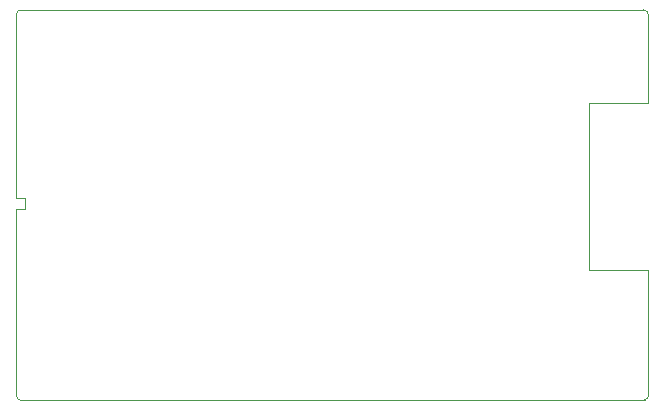
<source format=gbr>
%TF.GenerationSoftware,KiCad,Pcbnew,7.0.11-7.0.11~ubuntu22.04.1*%
%TF.CreationDate,2024-11-26T11:44:11+01:00*%
%TF.ProjectId,H-C6-ulp,482d4336-2d75-46c7-902e-6b696361645f,rev?*%
%TF.SameCoordinates,Original*%
%TF.FileFunction,Profile,NP*%
%FSLAX46Y46*%
G04 Gerber Fmt 4.6, Leading zero omitted, Abs format (unit mm)*
G04 Created by KiCad (PCBNEW 7.0.11-7.0.11~ubuntu22.04.1) date 2024-11-26 11:44:11*
%MOMM*%
%LPD*%
G01*
G04 APERTURE LIST*
%TA.AperFunction,Profile*%
%ADD10C,0.100000*%
%TD*%
G04 APERTURE END LIST*
D10*
X115000000Y-64500000D02*
X115000000Y-80300000D01*
X115760000Y-63550000D02*
X115760000Y-64500000D01*
X115000000Y-63550000D02*
X115760000Y-63550000D01*
X115399999Y-47600901D02*
G75*
G03*
X115000001Y-48007303I3201J-403199D01*
G01*
X115000000Y-64500000D02*
X115760000Y-64500000D01*
X168500000Y-48000000D02*
X168500000Y-55500000D01*
X168197868Y-80597868D02*
G75*
G03*
X168497868Y-80297868I32J299968D01*
G01*
X163500000Y-69600000D02*
X168500000Y-69600000D01*
X168500000Y-69600000D02*
X168500000Y-80300000D01*
X168499999Y-48000001D02*
G75*
G03*
X168099999Y-47600001I-399999J1D01*
G01*
X163500000Y-55500000D02*
X163500000Y-69600000D01*
X115000000Y-80300000D02*
G75*
G03*
X115300000Y-80600000I300000J0D01*
G01*
X163500000Y-55500000D02*
X168500000Y-55500000D01*
X115300000Y-80600000D02*
X168197868Y-80600000D01*
X115000000Y-48007303D02*
X115000000Y-63550000D01*
X168099999Y-47600000D02*
X115400000Y-47600000D01*
M02*

</source>
